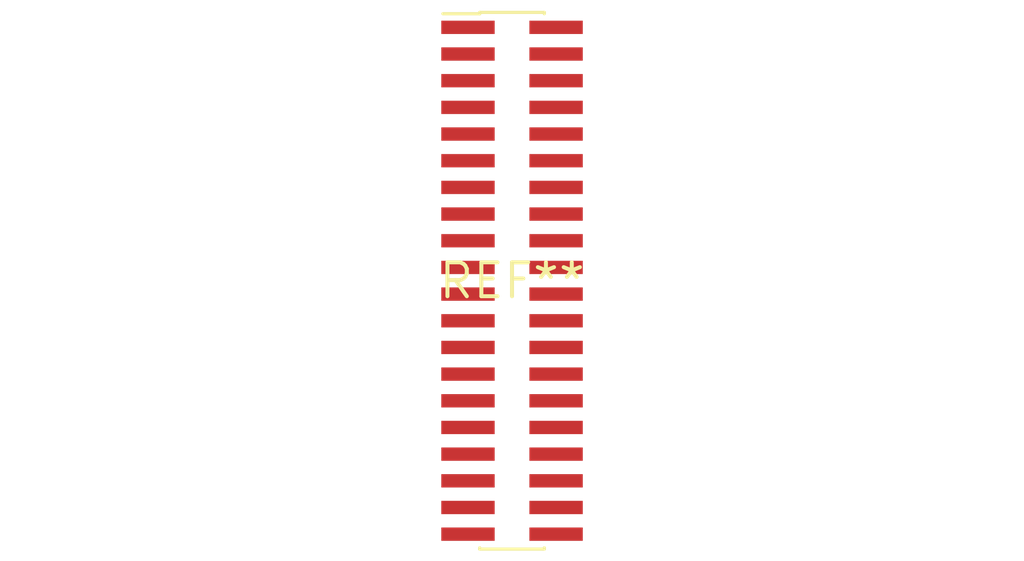
<source format=kicad_pcb>
(kicad_pcb (version 20240108) (generator pcbnew)
  (layers (0 "F.Cu" signal) (31 "B.Cu" signal) (34 "B.Paste" user) (35 "F.Paste" user) (36 "B.SilkS" user "B.Silkscreen") (37 "F.SilkS" user "F.Silkscreen") (38 "B.Mask" user) (39 "F.Mask" user) (44 "Edge.Cuts" user))
  (net 0 "")
  (footprint "PinHeader_2x20_P1.00mm_Vertical_SMD" (layer "F.Cu") (at 0 0)
    (property "Reference" "REF**")
    (property "Value" "PinHeader_2x20_P1.00mm_Vertical_SMD")
    (fp_line (start -2.59 -10.01) (end -1.21 -10.01) (layer "F.SilkS") (stroke (width 0.12)))
    (fp_line (start -1.21 -10.06) (end -1.21 -10.01) (layer "F.SilkS") (stroke (width 0.12)))
    (fp_line (start -1.21 -10.06) (end 1.21 -10.06) (layer "F.SilkS") (stroke (width 0.12)))
    (fp_line (start -1.21 10.01) (end -1.21 10.06) (layer "F.SilkS") (stroke (width 0.12)))
    (fp_line (start -1.21 10.06) (end 1.21 10.06) (layer "F.SilkS") (stroke (width 0.12)))
    (fp_line (start 1.21 -10.06) (end 1.21 -10.01) (layer "F.SilkS") (stroke (width 0.12)))
    (fp_line (start 1.21 10.01) (end 1.21 10.06) (layer "F.SilkS") (stroke (width 0.12)))
    (pad "1" smd rect (at -1.65 -9.5) (size 2 0.5) (layers "F.Cu" "F.Paste" "F.Mask"))
    (pad "2" smd rect (at 1.65 -9.5) (size 2 0.5) (layers "F.Cu" "F.Paste" "F.Mask"))
    (pad "3" smd rect (at -1.65 -8.5) (size 2 0.5) (layers "F.Cu" "F.Paste" "F.Mask"))
    (pad "4" smd rect (at 1.65 -8.5) (size 2 0.5) (layers "F.Cu" "F.Paste" "F.Mask"))
    (pad "5" smd rect (at -1.65 -7.5) (size 2 0.5) (layers "F.Cu" "F.Paste" "F.Mask"))
    (pad "6" smd rect (at 1.65 -7.5) (size 2 0.5) (layers "F.Cu" "F.Paste" "F.Mask"))
    (pad "7" smd rect (at -1.65 -6.5) (size 2 0.5) (layers "F.Cu" "F.Paste" "F.Mask"))
    (pad "8" smd rect (at 1.65 -6.5) (size 2 0.5) (layers "F.Cu" "F.Paste" "F.Mask"))
    (pad "9" smd rect (at -1.65 -5.5) (size 2 0.5) (layers "F.Cu" "F.Paste" "F.Mask"))
    (pad "10" smd rect (at 1.65 -5.5) (size 2 0.5) (layers "F.Cu" "F.Paste" "F.Mask"))
    (pad "11" smd rect (at -1.65 -4.5) (size 2 0.5) (layers "F.Cu" "F.Paste" "F.Mask"))
    (pad "12" smd rect (at 1.65 -4.5) (size 2 0.5) (layers "F.Cu" "F.Paste" "F.Mask"))
    (pad "13" smd rect (at -1.65 -3.5) (size 2 0.5) (layers "F.Cu" "F.Paste" "F.Mask"))
    (pad "14" smd rect (at 1.65 -3.5) (size 2 0.5) (layers "F.Cu" "F.Paste" "F.Mask"))
    (pad "15" smd rect (at -1.65 -2.5) (size 2 0.5) (layers "F.Cu" "F.Paste" "F.Mask"))
    (pad "16" smd rect (at 1.65 -2.5) (size 2 0.5) (layers "F.Cu" "F.Paste" "F.Mask"))
    (pad "17" smd rect (at -1.65 -1.5) (size 2 0.5) (layers "F.Cu" "F.Paste" "F.Mask"))
    (pad "18" smd rect (at 1.65 -1.5) (size 2 0.5) (layers "F.Cu" "F.Paste" "F.Mask"))
    (pad "19" smd rect (at -1.65 -0.5) (size 2 0.5) (layers "F.Cu" "F.Paste" "F.Mask"))
    (pad "20" smd rect (at 1.65 -0.5) (size 2 0.5) (layers "F.Cu" "F.Paste" "F.Mask"))
    (pad "21" smd rect (at -1.65 0.5) (size 2 0.5) (layers "F.Cu" "F.Paste" "F.Mask"))
    (pad "22" smd rect (at 1.65 0.5) (size 2 0.5) (layers "F.Cu" "F.Paste" "F.Mask"))
    (pad "23" smd rect (at -1.65 1.5) (size 2 0.5) (layers "F.Cu" "F.Paste" "F.Mask"))
    (pad "24" smd rect (at 1.65 1.5) (size 2 0.5) (layers "F.Cu" "F.Paste" "F.Mask"))
    (pad "25" smd rect (at -1.65 2.5) (size 2 0.5) (layers "F.Cu" "F.Paste" "F.Mask"))
    (pad "26" smd rect (at 1.65 2.5) (size 2 0.5) (layers "F.Cu" "F.Paste" "F.Mask"))
    (pad "27" smd rect (at -1.65 3.5) (size 2 0.5) (layers "F.Cu" "F.Paste" "F.Mask"))
    (pad "28" smd rect (at 1.65 3.5) (size 2 0.5) (layers "F.Cu" "F.Paste" "F.Mask"))
    (pad "29" smd rect (at -1.65 4.5) (size 2 0.5) (layers "F.Cu" "F.Paste" "F.Mask"))
    (pad "30" smd rect (at 1.65 4.5) (size 2 0.5) (layers "F.Cu" "F.Paste" "F.Mask"))
    (pad "31" smd rect (at -1.65 5.5) (size 2 0.5) (layers "F.Cu" "F.Paste" "F.Mask"))
    (pad "32" smd rect (at 1.65 5.5) (size 2 0.5) (layers "F.Cu" "F.Paste" "F.Mask"))
    (pad "33" smd rect (at -1.65 6.5) (size 2 0.5) (layers "F.Cu" "F.Paste" "F.Mask"))
    (pad "34" smd rect (at 1.65 6.5) (size 2 0.5) (layers "F.Cu" "F.Paste" "F.Mask"))
    (pad "35" smd rect (at -1.65 7.5) (size 2 0.5) (layers "F.Cu" "F.Paste" "F.Mask"))
    (pad "36" smd rect (at 1.65 7.5) (size 2 0.5) (layers "F.Cu" "F.Paste" "F.Mask"))
    (pad "37" smd rect (at -1.65 8.5) (size 2 0.5) (layers "F.Cu" "F.Paste" "F.Mask"))
    (pad "38" smd rect (at 1.65 8.5) (size 2 0.5) (layers "F.Cu" "F.Paste" "F.Mask"))
    (pad "39" smd rect (at -1.65 9.5) (size 2 0.5) (layers "F.Cu" "F.Paste" "F.Mask"))
    (pad "40" smd rect (at 1.65 9.5) (size 2 0.5) (layers "F.Cu" "F.Paste" "F.Mask"))
  )
)
</source>
